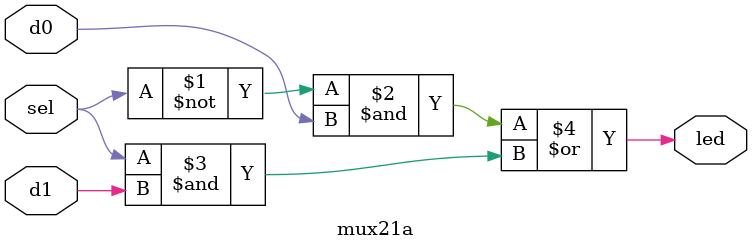
<source format=v>
`timescale 1ns / 1ps


module mux21a(
    input d0,
    input d1,
    input sel,
    output led
    );
    
    assign led = (~sel & d0) | (sel & d1);
endmodule

</source>
